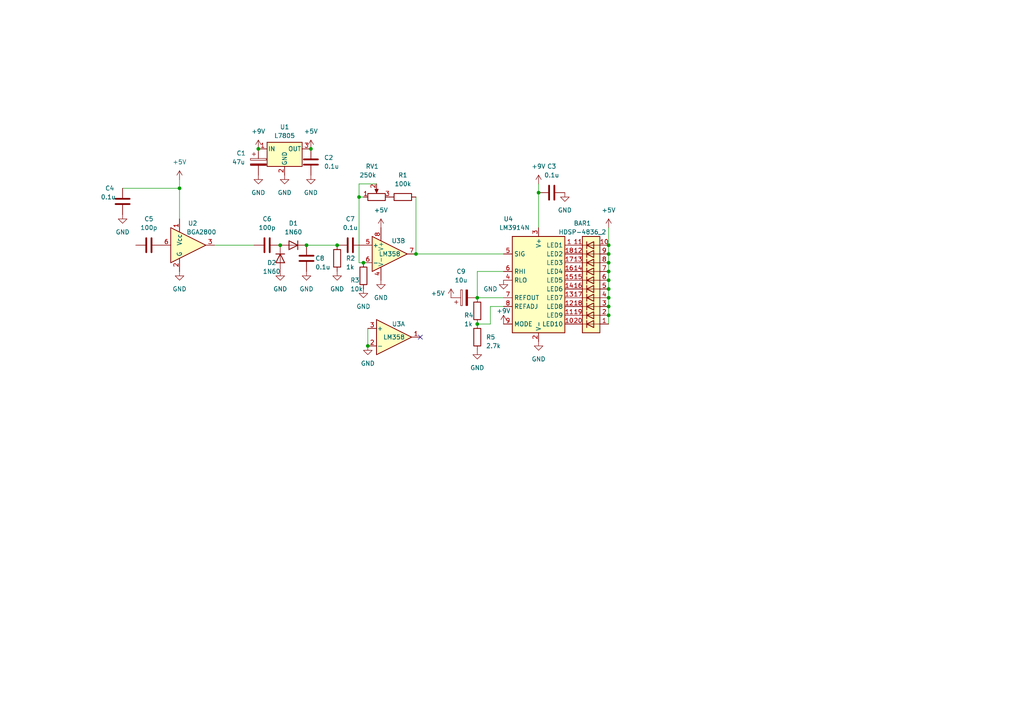
<source format=kicad_sch>
(kicad_sch (version 20230121) (generator eeschema)
  (paper "A4")
  (lib_symbols
    (symbol "Amplifier_Operational:LM358" (pin_names (offset 0.127))
      (property "Reference" "U" (at 0 5.08 0))
      (property "Value" "LM358" (at 0 -5.08 0))
      (symbol "LM358_1_1"
        (polyline (pts (xy -5.08 5.08) (xy 5.08 0) (xy -5.08 -5.08) (xy -5.08 5.08)) (stroke (width 0.254)) (fill (type background)))
        (pin output line (at 7.62 0 180) (length 2.54) (name "~") (number "1"))
        (pin input line (at -7.62 -2.54 0) (length 2.54) (name "-") (number "2"))
        (pin input line (at -7.62 2.54 0) (length 2.54) (name "+") (number "3"))
      )
      (symbol "LM358_2_1"
        (polyline (pts (xy -5.08 5.08) (xy 5.08 0) (xy -5.08 -5.08) (xy -5.08 5.08)) (stroke (width 0.254)) (fill (type background)))
        (pin input line (at -7.62 2.54 0) (length 2.54) (name "+") (number "5"))
        (pin input line (at -7.62 -2.54 0) (length 2.54) (name "-") (number "6"))
        (pin output line (at 7.62 0 180) (length 2.54) (name "~") (number "7"))
      )
      (symbol "LM358_3_1"
        (pin power_in line (at -2.54 -7.62 90) (length 3.81) (name "V-") (number "4"))
        (pin power_in line (at -2.54 7.62 270) (length 3.81) (name "V+") (number "8"))
      )
    )
    (symbol "Device:C" (pin_numbers hide) (pin_names (offset 0.254))
      (property "Reference" "C" (at 0.635 2.54 0))
      (property "Value" "C" (at 0.635 -2.54 0))
      (symbol "C_0_1"
        (polyline (pts (xy -2.032 -0.762) (xy 2.032 -0.762)) (stroke (width 0.508)))
        (polyline (pts (xy -2.032 0.762) (xy 2.032 0.762)) (stroke (width 0.508)))
      )
      (symbol "C_1_1"
        (pin passive line (at 0 3.81 270) (length 2.794) (name "~") (number "1"))
        (pin passive line (at 0 -3.81 90) (length 2.794) (name "~") (number "2"))
      )
    )
    (symbol "Device:C_Polarized" (pin_numbers hide) (pin_names (offset 0.254))
      (property "Reference" "C" (at 0.635 2.54 0))
      (property "Value" "C_Polarized" (at 0.635 -2.54 0))
      (symbol "C_Polarized_0_1"
        (rectangle (start -2.286 0.508) (end 2.286 1.016))
        (polyline (pts (xy -1.778 2.286) (xy -0.762 2.286)))
        (polyline (pts (xy -1.27 2.794) (xy -1.27 1.778)))
        (rectangle (start 2.286 -0.508) (end -2.286 -1.016) (fill (type outline)))
      )
      (symbol "C_Polarized_1_1"
        (pin passive line (at 0 3.81 270) (length 2.794) (name "~") (number "1"))
        (pin passive line (at 0 -3.81 90) (length 2.794) (name "~") (number "2"))
      )
    )
    (symbol "Device:D" (pin_numbers hide) (pin_names (offset 1.016) hide)
      (property "Reference" "D" (at 0 2.54 0))
      (property "Value" "D" (at 0 -2.54 0))
      (symbol "D_0_1"
        (polyline (pts (xy -1.27 1.27) (xy -1.27 -1.27)) (stroke (width 0.254)))
        (polyline (pts (xy 1.27 0) (xy -1.27 0)))
        (polyline (pts (xy 1.27 1.27) (xy 1.27 -1.27) (xy -1.27 0) (xy 1.27 1.27)) (stroke (width 0.254)))
      )
      (symbol "D_1_1"
        (pin passive line (at -3.81 0 0) (length 2.54) (name "K") (number "1"))
        (pin passive line (at 3.81 0 180) (length 2.54) (name "A") (number "2"))
      )
    )
    (symbol "Device:R" (pin_numbers hide) (pin_names (offset 0))
      (property "Reference" "R" (at 2.032 0 90))
      (property "Value" "R" (at 0 0 90))
      (symbol "R_0_1"
        (rectangle (start -1.016 -2.54) (end 1.016 2.54) (stroke (width 0.254)))
      )
      (symbol "R_1_1"
        (pin passive line (at 0 3.81 270) (length 1.27) (name "~") (number "1"))
        (pin passive line (at 0 -3.81 90) (length 1.27) (name "~") (number "2"))
      )
    )
    (symbol "Device:R_Potentiometer" (pin_names (offset 1.016) hide)
      (property "Reference" "RV" (at -4.445 0 90))
      (property "Value" "R_Potentiometer" (at -2.54 0 90))
      (symbol "R_Potentiometer_0_1"
        (polyline (pts (xy 2.54 0) (xy 1.524 0)))
        (polyline (pts (xy 1.143 0) (xy 2.286 0.508) (xy 2.286 -0.508) (xy 1.143 0)) (fill (type outline)))
        (rectangle (start 1.016 2.54) (end -1.016 -2.54) (stroke (width 0.254)))
      )
      (symbol "R_Potentiometer_1_1"
        (pin passive line (at 0 3.81 270) (length 1.27) (name "1") (number "1"))
        (pin passive line (at 3.81 0 180) (length 1.27) (name "2") (number "2"))
        (pin passive line (at 0 -3.81 90) (length 1.27) (name "3") (number "3"))
      )
    )
    (symbol "Driver_LED:LM3914N"
      (property "Reference" "U" (at -6.35 14.224 0))
      (property "Value" "LM3914N" (at 5.588 14.224 0))
      (symbol "LM3914N_0_1"
        (rectangle (start -7.62 12.7) (end 7.62 -15.24) (stroke (width 0.254)) (fill (type background)))
      )
      (symbol "LM3914N_1_1"
        (pin open_collector line (at 10.16 10.16 180) (length 2.54) (name "LED1") (number "1"))
        (pin open_collector line (at 10.16 -12.7 180) (length 2.54) (name "LED10") (number "10"))
        (pin open_collector line (at 10.16 -10.16 180) (length 2.54) (name "LED9") (number "11"))
        (pin open_collector line (at 10.16 -7.62 180) (length 2.54) (name "LED8") (number "12"))
        (pin open_collector line (at 10.16 -5.08 180) (length 2.54) (name "LED7") (number "13"))
        (pin open_collector line (at 10.16 -2.54 180) (length 2.54) (name "LED6") (number "14"))
        (pin open_collector line (at 10.16 0 180) (length 2.54) (name "LED5") (number "15"))
        (pin open_collector line (at 10.16 2.54 180) (length 2.54) (name "LED4") (number "16"))
        (pin open_collector line (at 10.16 5.08 180) (length 2.54) (name "LED3") (number "17"))
        (pin open_collector line (at 10.16 7.62 180) (length 2.54) (name "LED2") (number "18"))
        (pin power_in line (at 0 -17.78 90) (length 2.54) (name "V-") (number "2"))
        (pin power_in line (at 0 15.24 270) (length 2.54) (name "V+") (number "3"))
        (pin input line (at -10.16 0 0) (length 2.54) (name "RLO") (number "4"))
        (pin input line (at -10.16 7.62 0) (length 2.54) (name "SIG") (number "5"))
        (pin input line (at -10.16 2.54 0) (length 2.54) (name "RHI") (number "6"))
        (pin output line (at -10.16 -5.08 0) (length 2.54) (name "REFOUT") (number "7"))
        (pin input line (at -10.16 -7.62 0) (length 2.54) (name "REFADJ") (number "8"))
        (pin input line (at -10.16 -12.7 0) (length 2.54) (name "MODE") (number "9"))
      )
    )
    (symbol "LED:HDSP-4836_2" (pin_names (offset 1.016) hide)
      (property "Reference" "BAR" (at 0 15.24 0))
      (property "Value" "HDSP-4836_2" (at 0 -17.78 0))
      (symbol "HDSP-4836_2_0_1"
        (rectangle (start -2.54 12.7) (end 2.54 -15.24) (stroke (width 0.254)) (fill (type background)))
        (polyline (pts (xy -2.54 -12.7) (xy 2.54 -12.7)))
        (polyline (pts (xy -2.54 -10.16) (xy 2.54 -10.16)))
        (polyline (pts (xy -2.54 -7.62) (xy 2.54 -7.62)))
        (polyline (pts (xy -2.54 -5.08) (xy 2.54 -5.08)))
        (polyline (pts (xy -2.54 0) (xy 2.54 0)))
        (polyline (pts (xy -2.54 5.08) (xy 2.54 5.08)))
        (polyline (pts (xy -2.54 7.62) (xy 2.54 7.62)))
        (polyline (pts (xy -2.54 10.16) (xy 2.54 10.16)))
        (polyline (pts (xy 1.27 -11.684) (xy 1.27 -13.716)) (stroke (width 0.254)))
        (polyline (pts (xy 1.27 -9.144) (xy 1.27 -11.176)) (stroke (width 0.254)))
        (polyline (pts (xy 1.27 -6.604) (xy 1.27 -8.636)) (stroke (width 0.254)))
        (polyline (pts (xy 1.27 -4.064) (xy 1.27 -6.096)) (stroke (width 0.254)))
        (polyline (pts (xy 1.27 -1.524) (xy 1.27 -3.556)) (stroke (width 0.254)))
        (polyline (pts (xy 1.27 1.016) (xy 1.27 -1.016)) (stroke (width 0.254)))
        (polyline (pts (xy 1.27 3.556) (xy 1.27 1.524)) (stroke (width 0.254)))
        (polyline (pts (xy 1.27 6.096) (xy 1.27 4.064)) (stroke (width 0.254)))
        (polyline (pts (xy 1.27 8.636) (xy 1.27 6.604)) (stroke (width 0.254)))
        (polyline (pts (xy 1.27 11.176) (xy 1.27 9.144)) (stroke (width 0.254)))
        (polyline (pts (xy 2.54 -2.54) (xy -2.54 -2.54)))
        (polyline (pts (xy 2.54 2.54) (xy -2.54 2.54)))
        (polyline (pts (xy -0.762 -11.684) (xy -0.762 -13.716) (xy 1.27 -12.7) (xy -0.762 -11.684)) (stroke (width 0.254)))
        (polyline (pts (xy -0.762 -9.144) (xy -0.762 -11.176) (xy 1.27 -10.16) (xy -0.762 -9.144)) (stroke (width 0.254)))
        (polyline (pts (xy -0.762 -6.604) (xy -0.762 -8.636) (xy 1.27 -7.62) (xy -0.762 -6.604)) (stroke (width 0.254)))
        (polyline (pts (xy -0.762 -4.064) (xy -0.762 -6.096) (xy 1.27 -5.08) (xy -0.762 -4.064)) (stroke (width 0.254)))
        (polyline (pts (xy -0.762 -1.524) (xy -0.762 -3.556) (xy 1.27 -2.54) (xy -0.762 -1.524)) (stroke (width 0.254)))
        (polyline (pts (xy -0.762 1.016) (xy -0.762 -1.016) (xy 1.27 0) (xy -0.762 1.016)) (stroke (width 0.254)))
        (polyline (pts (xy -0.762 3.556) (xy -0.762 1.524) (xy 1.27 2.54) (xy -0.762 3.556)) (stroke (width 0.254)))
        (polyline (pts (xy -0.762 6.096) (xy -0.762 4.064) (xy 1.27 5.08) (xy -0.762 6.096)) (stroke (width 0.254)))
        (polyline (pts (xy -0.762 8.636) (xy -0.762 6.604) (xy 1.27 7.62) (xy -0.762 8.636)) (stroke (width 0.254)))
        (polyline (pts (xy -0.762 11.176) (xy -0.762 9.144) (xy 1.27 10.16) (xy -0.762 11.176)) (stroke (width 0.254)))
      )
      (symbol "HDSP-4836_2_1_1"
        (pin passive line (at -5.08 10.16 0) (length 2.54) (name "A") (number "1"))
        (pin passive line (at -5.08 -12.7 0) (length 2.54) (name "A") (number "10"))
        (pin passive line (at 5.08 -12.7 180) (length 2.54) (name "K") (number "11"))
        (pin passive line (at 5.08 -10.16 180) (length 2.54) (name "K") (number "12"))
        (pin passive line (at 5.08 -7.62 180) (length 2.54) (name "K") (number "13"))
        (pin passive line (at 5.08 -5.08 180) (length 2.54) (name "K") (number "14"))
        (pin passive line (at 5.08 -2.54 180) (length 2.54) (name "K") (number "15"))
        (pin passive line (at 5.08 0 180) (length 2.54) (name "K") (number "16"))
        (pin passive line (at 5.08 2.54 180) (length 2.54) (name "K") (number "17"))
        (pin passive line (at 5.08 5.08 180) (length 2.54) (name "K") (number "18"))
        (pin passive line (at 5.08 7.62 180) (length 2.54) (name "K") (number "19"))
        (pin passive line (at -5.08 7.62 0) (length 2.54) (name "A") (number "2"))
        (pin passive line (at 5.08 10.16 180) (length 2.54) (name "K") (number "20"))
        (pin passive line (at -5.08 5.08 0) (length 2.54) (name "A") (number "3"))
        (pin passive line (at -5.08 2.54 0) (length 2.54) (name "A") (number "4"))
        (pin passive line (at -5.08 0 0) (length 2.54) (name "A") (number "5"))
        (pin passive line (at -5.08 -2.54 0) (length 2.54) (name "A") (number "6"))
        (pin passive line (at -5.08 -5.08 0) (length 2.54) (name "A") (number "7"))
        (pin passive line (at -5.08 -7.62 0) (length 2.54) (name "A") (number "8"))
        (pin passive line (at -5.08 -10.16 0) (length 2.54) (name "A") (number "9"))
      )
    )
    (symbol "RF_Amplifier:BGA2800"
      (property "Reference" "U" (at 2.54 6.35 0))
      (property "Value" "BGA2800" (at 3.81 3.81 0))
      (symbol "BGA2800_0_1"
        (polyline (pts (xy 5.08 0) (xy -5.08 5.08) (xy -5.08 -5.08) (xy 5.08 0)) (stroke (width 0.254)) (fill (type background)))
      )
      (symbol "BGA2800_1_1"
        (pin power_in line (at -2.54 7.62 270) (length 3.81) (name "Vcc") (number "1"))
        (pin power_in line (at -2.54 -7.62 90) (length 3.81) (name "G") (number "2"))
        (pin output line (at 7.62 0 180) (length 2.54) (name "~") (number "3"))
        (pin passive line (at -2.54 -7.62 90) (length 3.81) hide (name "G") (number "4"))
        (pin passive line (at -2.54 -7.62 90) (length 3.81) hide (name "G") (number "5"))
        (pin input line (at -7.62 0 0) (length 2.54) (name "~") (number "6"))
      )
    )
    (symbol "Regulator_Linear:L7805" (pin_names (offset 0.254))
      (property "Reference" "U" (at -3.81 3.175 0))
      (property "Value" "L7805" (at 0 3.175 0))
      (symbol "L7805_0_1"
        (rectangle (start -5.08 1.905) (end 5.08 -5.08) (stroke (width 0.254)) (fill (type background)))
      )
      (symbol "L7805_1_1"
        (pin power_in line (at -7.62 0 0) (length 2.54) (name "IN") (number "1"))
        (pin power_in line (at 0 -7.62 90) (length 2.54) (name "GND") (number "2"))
        (pin power_out line (at 7.62 0 180) (length 2.54) (name "OUT") (number "3"))
      )
    )
    (symbol "power:+5V" (power) (pin_names (offset 0))
      (property "Value" "+5V" (at 0 3.556 0))
      (symbol "+5V_0_1"
        (polyline (pts (xy -0.762 1.27) (xy 0 2.54)))
        (polyline (pts (xy 0 0) (xy 0 2.54)))
        (polyline (pts (xy 0 2.54) (xy 0.762 1.27)))
      )
      (symbol "+5V_1_1"
        (pin power_in line (at 0 0 90) (length 0) hide (name "+5V") (number "1"))
      )
    )
    (symbol "power:+9V" (power) (pin_names (offset 0))
      (property "Value" "+9V" (at 0 3.556 0))
      (symbol "+9V_0_1"
        (polyline (pts (xy -0.762 1.27) (xy 0 2.54)))
        (polyline (pts (xy 0 0) (xy 0 2.54)))
        (polyline (pts (xy 0 2.54) (xy 0.762 1.27)))
      )
      (symbol "+9V_1_1"
        (pin power_in line (at 0 0 90) (length 0) hide (name "+9V") (number "1"))
      )
    )
    (symbol "power:GND" (power) (pin_names (offset 0))
      (property "Value" "GND" (at 0 -3.81 0))
      (symbol "GND_0_1"
        (polyline (pts (xy 0 0) (xy 0 -1.27) (xy 1.27 -1.27) (xy 0 -2.54) (xy -1.27 -1.27) (xy 0 -1.27)))
      )
      (symbol "GND_1_1"
        (pin power_in line (at 0 0 270) (length 0) hide (name "GND") (number "1"))
      )
    )
  )
  (junction (at 138.43 93.98))
  (junction (at 90.17 43.18))
  (junction (at 104.14 57.15))
  (junction (at 176.53 71.12))
  (junction (at 105.41 76.2))
  (junction (at 176.53 81.28))
  (junction (at 81.28 71.12))
  (junction (at 52.07 54.61))
  (junction (at 156.21 55.88))
  (junction (at 138.43 86.36))
  (junction (at 176.53 76.2))
  (junction (at 106.68 100.33))
  (junction (at 176.53 91.44))
  (junction (at 120.65 73.66))
  (junction (at 88.9 71.12))
  (junction (at 74.93 43.18))
  (junction (at 176.53 86.36))
  (junction (at 176.53 88.9))
  (junction (at 176.53 73.66))
  (junction (at 176.53 83.82))
  (junction (at 176.53 78.74))
  (junction (at 97.79 71.12))
  (no_connect (at 121.92 97.79))
  (wire (pts (xy 52.07 52.07) (xy 52.07 54.61)))
  (wire (pts (xy 104.14 53.34) (xy 104.14 57.15)))
  (wire (pts (xy 142.24 88.9) (xy 142.24 93.98)))
  (wire (pts (xy 176.53 76.2) (xy 176.53 73.66)))
  (wire (pts (xy 176.53 71.12) (xy 176.53 66.04)))
  (wire (pts (xy 176.53 81.28) (xy 176.53 78.74)))
  (wire (pts (xy 156.21 53.34) (xy 156.21 55.88)))
  (wire (pts (xy 176.53 78.74) (xy 176.53 76.2)))
  (wire (pts (xy 146.05 88.9) (xy 142.24 88.9)))
  (wire (pts (xy 176.53 88.9) (xy 176.53 86.36)))
  (wire (pts (xy 88.9 71.12) (xy 97.79 71.12)))
  (wire (pts (xy 156.21 55.88) (xy 156.21 66.04)))
  (wire (pts (xy 142.24 93.98) (xy 138.43 93.98)))
  (wire (pts (xy 109.22 53.34) (xy 104.14 53.34)))
  (wire (pts (xy 35.56 54.61) (xy 52.07 54.61)))
  (wire (pts (xy 120.65 57.15) (xy 120.65 73.66)))
  (wire (pts (xy 146.05 78.74) (xy 138.43 78.74)))
  (wire (pts (xy 138.43 86.36) (xy 146.05 86.36)))
  (wire (pts (xy 176.53 91.44) (xy 176.53 88.9)))
  (wire (pts (xy 138.43 78.74) (xy 138.43 86.36)))
  (wire (pts (xy 62.23 71.12) (xy 73.66 71.12)))
  (wire (pts (xy 176.53 86.36) (xy 176.53 83.82)))
  (wire (pts (xy 104.14 76.2) (xy 105.41 76.2)))
  (wire (pts (xy 104.14 57.15) (xy 105.41 57.15)))
  (wire (pts (xy 176.53 93.98) (xy 176.53 91.44)))
  (wire (pts (xy 106.68 95.25) (xy 106.68 100.33)))
  (wire (pts (xy 52.07 54.61) (xy 52.07 63.5)))
  (wire (pts (xy 176.53 73.66) (xy 176.53 71.12)))
  (wire (pts (xy 104.14 57.15) (xy 104.14 76.2)))
  (wire (pts (xy 146.05 73.66) (xy 120.65 73.66)))
  (wire (pts (xy 176.53 83.82) (xy 176.53 81.28)))
  (symbol (lib_id "power:GND") (at 74.93 50.8 0) (unit 1)
    (property "Reference" "#PWR03" (effects hide))
    (property "Value" "GND" (at 74.93 55.88 0))
  )
  (symbol (lib_id "Device:D") (at 85.09 71.12 180) (unit 1)
    (property "Reference" "D1" (at 85.09 64.77 0))
    (property "Value" "1N60" (at 85.09 67.31 0))
    (property "Footprint" "Diode_THT:D_A-405_P7.62mm_Horizontal" (effects hide))
    (property "Sim.Device" "D" (effects hide))
    (property "Sim.Pins" "1=K 2=A" (effects hide))
  )
  (symbol (lib_id "power:GND") (at 146.05 81.28 0) (unit 1)
    (property "Reference" "#PWR017" (effects hide))
    (property "Value" "GND" (at 142.24 83.82 0))
  )
  (symbol (lib_id "Device:C_Polarized") (at 134.62 86.36 90) (unit 1)
    (property "Reference" "C9" (at 133.731 78.74 90))
    (property "Value" "10u" (at 133.731 81.28 90))
    (property "Footprint" "Capacitor_THT:CP_Radial_D6.3mm_P2.50mm" (effects hide))
  )
  (symbol (lib_id "power:GND") (at 82.55 50.8 0) (unit 1)
    (property "Reference" "#PWR04" (effects hide))
    (property "Value" "GND" (at 82.55 55.88 0))
  )
  (symbol (lib_id "Device:R") (at 105.41 80.01 0) (unit 1)
    (property "Reference" "R3" (at 101.6 81.28 0) (effects (justify left)))
    (property "Value" "10k" (at 101.6 83.82 0) (effects (justify left)))
    (property "Footprint" "Resistor_THT:R_Axial_DIN0207_L6.3mm_D2.5mm_P7.62mm_Horizontal" (effects hide))
  )
  (symbol (lib_id "Amplifier_Operational:LM358") (at 114.3 97.79 0) (unit 1)
    (property "Reference" "U3" (at 115.57 93.98 0))
    (property "Value" "LM358" (at 114.3 97.79 0))
    (property "Footprint" "Package_DIP:DIP-8_W7.62mm" (effects hide))
    (property "Datasheet" "http://www.ti.com/lit/ds/symlink/lm2904-n.pdf" (effects hide))
  )
  (symbol (lib_id "LED:HDSP-4836_2") (at 171.45 83.82 180) (unit 1)
    (property "Reference" "BAR1" (at 168.91 64.77 0))
    (property "Value" "HDSP-4836_2" (at 168.91 67.31 0))
    (property "Footprint" "Display:HDSP-4836" (effects hide))
    (property "Datasheet" "https://docs.broadcom.com/docs/AV02-1798EN" (effects hide))
  )
  (symbol (lib_id "power:GND") (at 97.79 78.74 0) (unit 1)
    (property "Reference" "#PWR015" (effects hide))
    (property "Value" "GND" (at 97.79 83.82 0))
  )
  (symbol (lib_id "power:+9V") (at 74.93 43.18 0) (unit 1)
    (property "Reference" "#PWR01" (effects hide))
    (property "Value" "+9V" (at 74.93 38.1 0))
  )
  (symbol (lib_id "power:GND") (at 138.43 101.6 0) (unit 1)
    (property "Reference" "#PWR023" (effects hide))
    (property "Value" "GND" (at 138.43 106.68 0))
  )
  (symbol (lib_id "Amplifier_Operational:LM358") (at 113.03 73.66 0) (unit 2)
    (property "Reference" "U3" (at 115.57 69.85 0))
    (property "Value" "LM358" (at 113.03 73.66 0))
    (property "Footprint" "Package_DIP:DIP-8_W7.62mm" (effects hide))
    (property "Datasheet" "http://www.ti.com/lit/ds/symlink/lm2904-n.pdf" (effects hide))
  )
  (symbol (lib_id "Device:C") (at 88.9 74.93 0) (unit 1)
    (property "Reference" "C8" (at 91.44 74.93 0) (effects (justify left)))
    (property "Value" "0.1u" (at 91.44 77.47 0) (effects (justify left)))
    (property "Footprint" "Capacitor_THT:C_Disc_D4.3mm_W1.9mm_P5.00mm" (effects hide))
  )
  (symbol (lib_id "Device:R") (at 138.43 90.17 0) (unit 1)
    (property "Reference" "R4" (at 134.62 91.44 0) (effects (justify left)))
    (property "Value" "1k" (at 134.62 93.98 0) (effects (justify left)))
    (property "Footprint" "Resistor_THT:R_Axial_DIN0207_L6.3mm_D2.5mm_P7.62mm_Horizontal" (effects hide))
  )
  (symbol (lib_id "power:+5V") (at 110.49 66.04 0) (unit 1)
    (property "Reference" "#PWR010" (effects hide))
    (property "Value" "+5V" (at 110.49 60.96 0))
  )
  (symbol (lib_id "Device:D") (at 81.28 74.93 270) (unit 1)
    (property "Reference" "D2" (at 77.47 76.2 90) (effects (justify left)))
    (property "Value" "1N60" (at 76.2 78.74 90) (effects (justify left)))
    (property "Footprint" "Diode_THT:D_A-405_P7.62mm_Horizontal" (effects hide))
    (property "Sim.Device" "D" (effects hide))
    (property "Sim.Pins" "1=K 2=A" (effects hide))
  )
  (symbol (lib_id "Device:R_Potentiometer") (at 109.22 57.15 90) (unit 1)
    (property "Reference" "RV1" (at 107.95 48.26 90))
    (property "Value" "250k" (at 106.68 50.8 90))
    (property "Footprint" "Connector_PinHeader_2.54mm:PinHeader_1x03_P2.54mm_Vertical" (effects hide))
  )
  (symbol (lib_id "power:GND") (at 105.41 83.82 0) (unit 1)
    (property "Reference" "#PWR018" (effects hide))
    (property "Value" "GND" (at 105.41 88.9 0))
  )
  (symbol (lib_id "power:GND") (at 156.21 99.06 0) (unit 1)
    (property "Reference" "#PWR021" (effects hide))
    (property "Value" "GND" (at 156.21 104.14 0))
  )
  (symbol (lib_id "power:+9V") (at 146.05 93.98 0) (unit 1)
    (property "Reference" "#PWR020" (effects hide))
    (property "Value" "+9V" (at 146.05 90.17 0))
  )
  (symbol (lib_id "power:+5V") (at 130.81 86.36 0) (unit 1)
    (property "Reference" "#PWR019" (effects hide))
    (property "Value" "+5V" (at 127 85.09 0))
  )
  (symbol (lib_id "Device:C") (at 77.47 71.12 90) (unit 1)
    (property "Reference" "C6" (at 77.47 63.5 90))
    (property "Value" "100p" (at 77.47 66.04 90))
    (property "Footprint" "Capacitor_THT:C_Disc_D4.3mm_W1.9mm_P5.00mm" (effects hide))
  )
  (symbol (lib_id "power:GND") (at 52.07 78.74 0) (unit 1)
    (property "Reference" "#PWR012" (effects hide))
    (property "Value" "GND" (at 52.07 83.82 0))
  )
  (symbol (lib_id "power:+9V") (at 156.21 53.34 0) (unit 1)
    (property "Reference" "#PWR07" (effects hide))
    (property "Value" "+9V" (at 156.21 48.26 0))
  )
  (symbol (lib_id "power:GND") (at 81.28 78.74 0) (unit 1)
    (property "Reference" "#PWR013" (effects hide))
    (property "Value" "GND" (at 81.28 83.82 0))
  )
  (symbol (lib_id "RF_Amplifier:BGA2800") (at 54.61 71.12 0) (unit 1)
    (property "Reference" "U2" (at 55.88 64.77 0))
    (property "Value" "BGA2800" (at 58.42 67.31 0))
    (property "Footprint" "Package_DIP:DIP-6_W7.62mm" (effects hide))
    (property "Datasheet" "https://www.nxp.com/docs/en/data-sheet/BGA2800.pdf" (effects hide))
  )
  (symbol (lib_id "Device:C") (at 43.18 71.12 90) (unit 1)
    (property "Reference" "C5" (at 43.18 63.5 90))
    (property "Value" "100p" (at 43.18 66.04 90))
    (property "Footprint" "Capacitor_THT:C_Disc_D4.3mm_W1.9mm_P5.00mm" (effects hide))
  )
  (symbol (lib_id "Device:R") (at 116.84 57.15 90) (unit 1)
    (property "Reference" "R1" (at 116.84 50.8 90))
    (property "Value" "100k" (at 116.84 53.34 90))
    (property "Footprint" "Resistor_THT:R_Axial_DIN0207_L6.3mm_D2.5mm_P7.62mm_Horizontal" (effects hide))
  )
  (symbol (lib_id "power:GND") (at 90.17 50.8 0) (unit 1)
    (property "Reference" "#PWR05" (effects hide))
    (property "Value" "GND" (at 90.17 55.88 0))
  )
  (symbol (lib_id "Device:C_Polarized") (at 74.93 46.99 0) (unit 1)
    (property "Reference" "C1" (at 68.58 44.45 0) (effects (justify left)))
    (property "Value" "47u" (at 67.31 46.99 0) (effects (justify left)))
    (property "Footprint" "Capacitor_THT:CP_Radial_D6.3mm_P2.50mm" (effects hide))
  )
  (symbol (lib_id "power:+5V") (at 90.17 43.18 0) (unit 1)
    (property "Reference" "#PWR02" (effects hide))
    (property "Value" "+5V" (at 90.17 38.1 0))
  )
  (symbol (lib_id "power:GND") (at 163.83 55.88 0) (unit 1)
    (property "Reference" "#PWR08" (effects hide))
    (property "Value" "GND" (at 163.83 60.96 0))
  )
  (symbol (lib_id "Device:R") (at 138.43 97.79 0) (unit 1)
    (property "Reference" "R5" (at 140.97 97.79 0) (effects (justify left)))
    (property "Value" "2.7k" (at 140.97 100.33 0) (effects (justify left)))
    (property "Footprint" "Resistor_THT:R_Axial_DIN0207_L6.3mm_D2.5mm_P7.62mm_Horizontal" (effects hide))
  )
  (symbol (lib_id "power:GND") (at 88.9 78.74 0) (unit 1)
    (property "Reference" "#PWR014" (effects hide))
    (property "Value" "GND" (at 88.9 83.82 0))
  )
  (symbol (lib_id "Driver_LED:LM3914N") (at 156.21 81.28 0) (unit 1)
    (property "Reference" "U4" (at 146.05 63.5 0) (effects (justify left)))
    (property "Value" "LM3914N" (at 144.78 66.04 0) (effects (justify left)))
    (property "Footprint" "Package_DIP:DIP-18_W7.62mm" (effects hide))
    (property "Datasheet" "https://www.ti.com/lit/ds/symlink/lm3914.pdf" (effects hide))
  )
  (symbol (lib_id "Device:C") (at 35.56 58.42 0) (unit 1)
    (property "Reference" "C4" (at 30.48 54.61 0) (effects (justify left)))
    (property "Value" "0.1u" (at 29.21 57.15 0) (effects (justify left)))
    (property "Footprint" "Capacitor_THT:C_Disc_D4.3mm_W1.9mm_P5.00mm" (effects hide))
  )
  (symbol (lib_id "Device:C") (at 160.02 55.88 90) (unit 1)
    (property "Reference" "C3" (at 160.02 48.26 90))
    (property "Value" "0.1u" (at 160.02 50.8 90))
    (property "Footprint" "Capacitor_THT:C_Disc_D4.3mm_W1.9mm_P5.00mm" (effects hide))
  )
  (symbol (lib_id "power:+5V") (at 176.53 66.04 0) (unit 1)
    (property "Reference" "#PWR011" (effects hide))
    (property "Value" "+5V" (at 176.53 60.96 0))
  )
  (symbol (lib_id "power:GND") (at 35.56 62.23 0) (unit 1)
    (property "Reference" "#PWR09" (effects hide))
    (property "Value" "GND" (at 35.56 67.31 0))
  )
  (symbol (lib_id "power:GND") (at 106.68 100.33 0) (unit 1)
    (property "Reference" "#PWR022" (effects hide))
    (property "Value" "GND" (at 106.68 105.41 0))
  )
  (symbol (lib_id "Amplifier_Operational:LM358") (at 113.03 73.66 0) (unit 3)
    (property "Reference" "U3" (effects hide))
    (property "Value" "LM358" (effects hide))
    (property "Footprint" "Package_DIP:DIP-8_W7.62mm" (effects hide))
    (property "Datasheet" "http://www.ti.com/lit/ds/symlink/lm2904-n.pdf" (effects hide))
  )
  (symbol (lib_id "Device:R") (at 97.79 74.93 0) (unit 1)
    (property "Reference" "R2" (at 100.33 74.93 0) (effects (justify left)))
    (property "Value" "1k" (at 100.33 77.47 0) (effects (justify left)))
    (property "Footprint" "Resistor_THT:R_Axial_DIN0207_L6.3mm_D2.5mm_P7.62mm_Horizontal" (effects hide))
  )
  (symbol (lib_id "Device:C") (at 101.6 71.12 90) (unit 1)
    (property "Reference" "C7" (at 101.6 63.5 90))
    (property "Value" "0.1u" (at 101.6 66.04 90))
    (property "Footprint" "Capacitor_THT:C_Disc_D4.3mm_W1.9mm_P5.00mm" (effects hide))
  )
  (symbol (lib_id "Device:C") (at 90.17 46.99 0) (unit 1)
    (property "Reference" "C2" (at 93.98 45.72 0) (effects (justify left)))
    (property "Value" "0.1u" (at 93.98 48.26 0) (effects (justify left)))
    (property "Footprint" "Capacitor_THT:C_Disc_D4.3mm_W1.9mm_P5.00mm" (effects hide))
  )
  (symbol (lib_id "Regulator_Linear:L7805") (at 82.55 43.18 0) (unit 1)
    (property "Reference" "U1" (at 82.55 36.83 0))
    (property "Value" "L7805" (at 82.55 39.37 0))
    (property "Footprint" "Package_TO_SOT_THT:TO-220-3_Vertical" (effects hide))
    (property "Datasheet" "http://www.st.com/content/ccc/resource/technical/document/datasheet/41/4f/b3/b0/12/d4/47/88/CD00000444.pdf/files/CD00000444.pdf/jcr:content/translations/en.CD00000444.pdf" (effects hide))
  )
  (symbol (lib_id "power:+5V") (at 52.07 52.07 0) (unit 1)
    (property "Reference" "#PWR06" (effects hide))
    (property "Value" "+5V" (at 52.07 46.99 0))
  )
  (symbol (lib_id "power:GND") (at 110.49 81.28 0) (unit 1)
    (property "Reference" "#PWR016" (effects hide))
    (property "Value" "GND" (at 110.49 86.36 0))
  )
)
</source>
